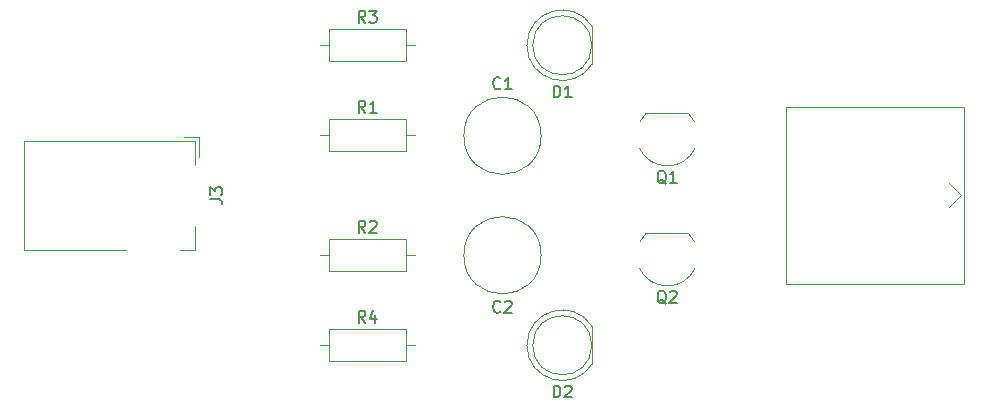
<source format=gbr>
%TF.GenerationSoftware,KiCad,Pcbnew,9.0.6*%
%TF.CreationDate,2026-02-11T14:43:15-08:00*%
%TF.ProjectId,7L_LED_Flasher,374c5f4c-4544-45f4-966c-61736865722e,rev?*%
%TF.SameCoordinates,Original*%
%TF.FileFunction,Legend,Top*%
%TF.FilePolarity,Positive*%
%FSLAX46Y46*%
G04 Gerber Fmt 4.6, Leading zero omitted, Abs format (unit mm)*
G04 Created by KiCad (PCBNEW 9.0.6) date 2026-02-11 14:43:15*
%MOMM*%
%LPD*%
G01*
G04 APERTURE LIST*
%ADD10C,0.150000*%
%ADD11C,0.120000*%
G04 APERTURE END LIST*
D10*
X98964761Y-59990057D02*
X98869523Y-59942438D01*
X98869523Y-59942438D02*
X98774285Y-59847200D01*
X98774285Y-59847200D02*
X98631428Y-59704342D01*
X98631428Y-59704342D02*
X98536190Y-59656723D01*
X98536190Y-59656723D02*
X98440952Y-59656723D01*
X98488571Y-59894819D02*
X98393333Y-59847200D01*
X98393333Y-59847200D02*
X98298095Y-59751961D01*
X98298095Y-59751961D02*
X98250476Y-59561485D01*
X98250476Y-59561485D02*
X98250476Y-59228152D01*
X98250476Y-59228152D02*
X98298095Y-59037676D01*
X98298095Y-59037676D02*
X98393333Y-58942438D01*
X98393333Y-58942438D02*
X98488571Y-58894819D01*
X98488571Y-58894819D02*
X98679047Y-58894819D01*
X98679047Y-58894819D02*
X98774285Y-58942438D01*
X98774285Y-58942438D02*
X98869523Y-59037676D01*
X98869523Y-59037676D02*
X98917142Y-59228152D01*
X98917142Y-59228152D02*
X98917142Y-59561485D01*
X98917142Y-59561485D02*
X98869523Y-59751961D01*
X98869523Y-59751961D02*
X98774285Y-59847200D01*
X98774285Y-59847200D02*
X98679047Y-59894819D01*
X98679047Y-59894819D02*
X98488571Y-59894819D01*
X99298095Y-58990057D02*
X99345714Y-58942438D01*
X99345714Y-58942438D02*
X99440952Y-58894819D01*
X99440952Y-58894819D02*
X99679047Y-58894819D01*
X99679047Y-58894819D02*
X99774285Y-58942438D01*
X99774285Y-58942438D02*
X99821904Y-58990057D01*
X99821904Y-58990057D02*
X99869523Y-59085295D01*
X99869523Y-59085295D02*
X99869523Y-59180533D01*
X99869523Y-59180533D02*
X99821904Y-59323390D01*
X99821904Y-59323390D02*
X99250476Y-59894819D01*
X99250476Y-59894819D02*
X99869523Y-59894819D01*
X84943333Y-41719580D02*
X84895714Y-41767200D01*
X84895714Y-41767200D02*
X84752857Y-41814819D01*
X84752857Y-41814819D02*
X84657619Y-41814819D01*
X84657619Y-41814819D02*
X84514762Y-41767200D01*
X84514762Y-41767200D02*
X84419524Y-41671961D01*
X84419524Y-41671961D02*
X84371905Y-41576723D01*
X84371905Y-41576723D02*
X84324286Y-41386247D01*
X84324286Y-41386247D02*
X84324286Y-41243390D01*
X84324286Y-41243390D02*
X84371905Y-41052914D01*
X84371905Y-41052914D02*
X84419524Y-40957676D01*
X84419524Y-40957676D02*
X84514762Y-40862438D01*
X84514762Y-40862438D02*
X84657619Y-40814819D01*
X84657619Y-40814819D02*
X84752857Y-40814819D01*
X84752857Y-40814819D02*
X84895714Y-40862438D01*
X84895714Y-40862438D02*
X84943333Y-40910057D01*
X85895714Y-41814819D02*
X85324286Y-41814819D01*
X85610000Y-41814819D02*
X85610000Y-40814819D01*
X85610000Y-40814819D02*
X85514762Y-40957676D01*
X85514762Y-40957676D02*
X85419524Y-41052914D01*
X85419524Y-41052914D02*
X85324286Y-41100533D01*
X98964761Y-49830057D02*
X98869523Y-49782438D01*
X98869523Y-49782438D02*
X98774285Y-49687200D01*
X98774285Y-49687200D02*
X98631428Y-49544342D01*
X98631428Y-49544342D02*
X98536190Y-49496723D01*
X98536190Y-49496723D02*
X98440952Y-49496723D01*
X98488571Y-49734819D02*
X98393333Y-49687200D01*
X98393333Y-49687200D02*
X98298095Y-49591961D01*
X98298095Y-49591961D02*
X98250476Y-49401485D01*
X98250476Y-49401485D02*
X98250476Y-49068152D01*
X98250476Y-49068152D02*
X98298095Y-48877676D01*
X98298095Y-48877676D02*
X98393333Y-48782438D01*
X98393333Y-48782438D02*
X98488571Y-48734819D01*
X98488571Y-48734819D02*
X98679047Y-48734819D01*
X98679047Y-48734819D02*
X98774285Y-48782438D01*
X98774285Y-48782438D02*
X98869523Y-48877676D01*
X98869523Y-48877676D02*
X98917142Y-49068152D01*
X98917142Y-49068152D02*
X98917142Y-49401485D01*
X98917142Y-49401485D02*
X98869523Y-49591961D01*
X98869523Y-49591961D02*
X98774285Y-49687200D01*
X98774285Y-49687200D02*
X98679047Y-49734819D01*
X98679047Y-49734819D02*
X98488571Y-49734819D01*
X99869523Y-49734819D02*
X99298095Y-49734819D01*
X99583809Y-49734819D02*
X99583809Y-48734819D01*
X99583809Y-48734819D02*
X99488571Y-48877676D01*
X99488571Y-48877676D02*
X99393333Y-48972914D01*
X99393333Y-48972914D02*
X99298095Y-49020533D01*
X73493333Y-61584819D02*
X73160000Y-61108628D01*
X72921905Y-61584819D02*
X72921905Y-60584819D01*
X72921905Y-60584819D02*
X73302857Y-60584819D01*
X73302857Y-60584819D02*
X73398095Y-60632438D01*
X73398095Y-60632438D02*
X73445714Y-60680057D01*
X73445714Y-60680057D02*
X73493333Y-60775295D01*
X73493333Y-60775295D02*
X73493333Y-60918152D01*
X73493333Y-60918152D02*
X73445714Y-61013390D01*
X73445714Y-61013390D02*
X73398095Y-61061009D01*
X73398095Y-61061009D02*
X73302857Y-61108628D01*
X73302857Y-61108628D02*
X72921905Y-61108628D01*
X74350476Y-60918152D02*
X74350476Y-61584819D01*
X74112381Y-60537200D02*
X73874286Y-61251485D01*
X73874286Y-61251485D02*
X74493333Y-61251485D01*
X89431905Y-42514819D02*
X89431905Y-41514819D01*
X89431905Y-41514819D02*
X89670000Y-41514819D01*
X89670000Y-41514819D02*
X89812857Y-41562438D01*
X89812857Y-41562438D02*
X89908095Y-41657676D01*
X89908095Y-41657676D02*
X89955714Y-41752914D01*
X89955714Y-41752914D02*
X90003333Y-41943390D01*
X90003333Y-41943390D02*
X90003333Y-42086247D01*
X90003333Y-42086247D02*
X89955714Y-42276723D01*
X89955714Y-42276723D02*
X89908095Y-42371961D01*
X89908095Y-42371961D02*
X89812857Y-42467200D01*
X89812857Y-42467200D02*
X89670000Y-42514819D01*
X89670000Y-42514819D02*
X89431905Y-42514819D01*
X90955714Y-42514819D02*
X90384286Y-42514819D01*
X90670000Y-42514819D02*
X90670000Y-41514819D01*
X90670000Y-41514819D02*
X90574762Y-41657676D01*
X90574762Y-41657676D02*
X90479524Y-41752914D01*
X90479524Y-41752914D02*
X90384286Y-41800533D01*
X73493333Y-43804819D02*
X73160000Y-43328628D01*
X72921905Y-43804819D02*
X72921905Y-42804819D01*
X72921905Y-42804819D02*
X73302857Y-42804819D01*
X73302857Y-42804819D02*
X73398095Y-42852438D01*
X73398095Y-42852438D02*
X73445714Y-42900057D01*
X73445714Y-42900057D02*
X73493333Y-42995295D01*
X73493333Y-42995295D02*
X73493333Y-43138152D01*
X73493333Y-43138152D02*
X73445714Y-43233390D01*
X73445714Y-43233390D02*
X73398095Y-43281009D01*
X73398095Y-43281009D02*
X73302857Y-43328628D01*
X73302857Y-43328628D02*
X72921905Y-43328628D01*
X74445714Y-43804819D02*
X73874286Y-43804819D01*
X74160000Y-43804819D02*
X74160000Y-42804819D01*
X74160000Y-42804819D02*
X74064762Y-42947676D01*
X74064762Y-42947676D02*
X73969524Y-43042914D01*
X73969524Y-43042914D02*
X73874286Y-43090533D01*
X73493333Y-36184819D02*
X73160000Y-35708628D01*
X72921905Y-36184819D02*
X72921905Y-35184819D01*
X72921905Y-35184819D02*
X73302857Y-35184819D01*
X73302857Y-35184819D02*
X73398095Y-35232438D01*
X73398095Y-35232438D02*
X73445714Y-35280057D01*
X73445714Y-35280057D02*
X73493333Y-35375295D01*
X73493333Y-35375295D02*
X73493333Y-35518152D01*
X73493333Y-35518152D02*
X73445714Y-35613390D01*
X73445714Y-35613390D02*
X73398095Y-35661009D01*
X73398095Y-35661009D02*
X73302857Y-35708628D01*
X73302857Y-35708628D02*
X72921905Y-35708628D01*
X73826667Y-35184819D02*
X74445714Y-35184819D01*
X74445714Y-35184819D02*
X74112381Y-35565771D01*
X74112381Y-35565771D02*
X74255238Y-35565771D01*
X74255238Y-35565771D02*
X74350476Y-35613390D01*
X74350476Y-35613390D02*
X74398095Y-35661009D01*
X74398095Y-35661009D02*
X74445714Y-35756247D01*
X74445714Y-35756247D02*
X74445714Y-35994342D01*
X74445714Y-35994342D02*
X74398095Y-36089580D01*
X74398095Y-36089580D02*
X74350476Y-36137200D01*
X74350476Y-36137200D02*
X74255238Y-36184819D01*
X74255238Y-36184819D02*
X73969524Y-36184819D01*
X73969524Y-36184819D02*
X73874286Y-36137200D01*
X73874286Y-36137200D02*
X73826667Y-36089580D01*
X84943333Y-60639580D02*
X84895714Y-60687200D01*
X84895714Y-60687200D02*
X84752857Y-60734819D01*
X84752857Y-60734819D02*
X84657619Y-60734819D01*
X84657619Y-60734819D02*
X84514762Y-60687200D01*
X84514762Y-60687200D02*
X84419524Y-60591961D01*
X84419524Y-60591961D02*
X84371905Y-60496723D01*
X84371905Y-60496723D02*
X84324286Y-60306247D01*
X84324286Y-60306247D02*
X84324286Y-60163390D01*
X84324286Y-60163390D02*
X84371905Y-59972914D01*
X84371905Y-59972914D02*
X84419524Y-59877676D01*
X84419524Y-59877676D02*
X84514762Y-59782438D01*
X84514762Y-59782438D02*
X84657619Y-59734819D01*
X84657619Y-59734819D02*
X84752857Y-59734819D01*
X84752857Y-59734819D02*
X84895714Y-59782438D01*
X84895714Y-59782438D02*
X84943333Y-59830057D01*
X85324286Y-59830057D02*
X85371905Y-59782438D01*
X85371905Y-59782438D02*
X85467143Y-59734819D01*
X85467143Y-59734819D02*
X85705238Y-59734819D01*
X85705238Y-59734819D02*
X85800476Y-59782438D01*
X85800476Y-59782438D02*
X85848095Y-59830057D01*
X85848095Y-59830057D02*
X85895714Y-59925295D01*
X85895714Y-59925295D02*
X85895714Y-60020533D01*
X85895714Y-60020533D02*
X85848095Y-60163390D01*
X85848095Y-60163390D02*
X85276667Y-60734819D01*
X85276667Y-60734819D02*
X85895714Y-60734819D01*
X73493333Y-53964819D02*
X73160000Y-53488628D01*
X72921905Y-53964819D02*
X72921905Y-52964819D01*
X72921905Y-52964819D02*
X73302857Y-52964819D01*
X73302857Y-52964819D02*
X73398095Y-53012438D01*
X73398095Y-53012438D02*
X73445714Y-53060057D01*
X73445714Y-53060057D02*
X73493333Y-53155295D01*
X73493333Y-53155295D02*
X73493333Y-53298152D01*
X73493333Y-53298152D02*
X73445714Y-53393390D01*
X73445714Y-53393390D02*
X73398095Y-53441009D01*
X73398095Y-53441009D02*
X73302857Y-53488628D01*
X73302857Y-53488628D02*
X72921905Y-53488628D01*
X73874286Y-53060057D02*
X73921905Y-53012438D01*
X73921905Y-53012438D02*
X74017143Y-52964819D01*
X74017143Y-52964819D02*
X74255238Y-52964819D01*
X74255238Y-52964819D02*
X74350476Y-53012438D01*
X74350476Y-53012438D02*
X74398095Y-53060057D01*
X74398095Y-53060057D02*
X74445714Y-53155295D01*
X74445714Y-53155295D02*
X74445714Y-53250533D01*
X74445714Y-53250533D02*
X74398095Y-53393390D01*
X74398095Y-53393390D02*
X73826667Y-53964819D01*
X73826667Y-53964819D02*
X74445714Y-53964819D01*
X60374819Y-51133333D02*
X61089104Y-51133333D01*
X61089104Y-51133333D02*
X61231961Y-51180952D01*
X61231961Y-51180952D02*
X61327200Y-51276190D01*
X61327200Y-51276190D02*
X61374819Y-51419047D01*
X61374819Y-51419047D02*
X61374819Y-51514285D01*
X60374819Y-50752380D02*
X60374819Y-50133333D01*
X60374819Y-50133333D02*
X60755771Y-50466666D01*
X60755771Y-50466666D02*
X60755771Y-50323809D01*
X60755771Y-50323809D02*
X60803390Y-50228571D01*
X60803390Y-50228571D02*
X60851009Y-50180952D01*
X60851009Y-50180952D02*
X60946247Y-50133333D01*
X60946247Y-50133333D02*
X61184342Y-50133333D01*
X61184342Y-50133333D02*
X61279580Y-50180952D01*
X61279580Y-50180952D02*
X61327200Y-50228571D01*
X61327200Y-50228571D02*
X61374819Y-50323809D01*
X61374819Y-50323809D02*
X61374819Y-50609523D01*
X61374819Y-50609523D02*
X61327200Y-50704761D01*
X61327200Y-50704761D02*
X61279580Y-50752380D01*
X89431905Y-67914819D02*
X89431905Y-66914819D01*
X89431905Y-66914819D02*
X89670000Y-66914819D01*
X89670000Y-66914819D02*
X89812857Y-66962438D01*
X89812857Y-66962438D02*
X89908095Y-67057676D01*
X89908095Y-67057676D02*
X89955714Y-67152914D01*
X89955714Y-67152914D02*
X90003333Y-67343390D01*
X90003333Y-67343390D02*
X90003333Y-67486247D01*
X90003333Y-67486247D02*
X89955714Y-67676723D01*
X89955714Y-67676723D02*
X89908095Y-67771961D01*
X89908095Y-67771961D02*
X89812857Y-67867200D01*
X89812857Y-67867200D02*
X89670000Y-67914819D01*
X89670000Y-67914819D02*
X89431905Y-67914819D01*
X90384286Y-67010057D02*
X90431905Y-66962438D01*
X90431905Y-66962438D02*
X90527143Y-66914819D01*
X90527143Y-66914819D02*
X90765238Y-66914819D01*
X90765238Y-66914819D02*
X90860476Y-66962438D01*
X90860476Y-66962438D02*
X90908095Y-67010057D01*
X90908095Y-67010057D02*
X90955714Y-67105295D01*
X90955714Y-67105295D02*
X90955714Y-67200533D01*
X90955714Y-67200533D02*
X90908095Y-67343390D01*
X90908095Y-67343390D02*
X90336667Y-67914819D01*
X90336667Y-67914819D02*
X90955714Y-67914819D01*
D11*
%TO.C,Q2*%
X100860000Y-54030000D02*
X97260000Y-54030000D01*
X96735816Y-54757205D02*
G75*
G02*
X97260000Y-54030000I2324184J-1122795D01*
G01*
X99060000Y-58480000D02*
G75*
G02*
X96703600Y-56978807I0J2600000D01*
G01*
X100860000Y-54030000D02*
G75*
G02*
X101384184Y-54757205I-1800000J-1850000D01*
G01*
X101416400Y-56978807D02*
G75*
G02*
X99060000Y-58480000I-2356400J1098807D01*
G01*
%TO.C,C1*%
X88380000Y-45760000D02*
G75*
G02*
X81840000Y-45760000I-3270000J0D01*
G01*
X81840000Y-45760000D02*
G75*
G02*
X88380000Y-45760000I3270000J0D01*
G01*
%TO.C,Q1*%
X100860000Y-43870000D02*
X97260000Y-43870000D01*
X96735816Y-44597205D02*
G75*
G02*
X97260000Y-43870000I2324184J-1122795D01*
G01*
X99060000Y-48320000D02*
G75*
G02*
X96703600Y-46818807I0J2600000D01*
G01*
X100860000Y-43870000D02*
G75*
G02*
X101384184Y-44597205I-1800000J-1850000D01*
G01*
X101416400Y-46818807D02*
G75*
G02*
X99060000Y-48320000I-2356400J1098807D01*
G01*
%TO.C,R4*%
X69620000Y-63500000D02*
X70390000Y-63500000D01*
X77700000Y-63500000D02*
X76930000Y-63500000D01*
X70390000Y-62130000D02*
X76930000Y-62130000D01*
X76930000Y-64870000D01*
X70390000Y-64870000D01*
X70390000Y-62130000D01*
%TO.C,D1*%
X92730000Y-39645000D02*
X92730000Y-36555000D01*
X87180000Y-38100000D02*
G75*
G02*
X92730000Y-36555170I2990000J0D01*
G01*
X92730000Y-39644830D02*
G75*
G02*
X87180000Y-38100000I-2560000J1544830D01*
G01*
X92670000Y-38100000D02*
G75*
G02*
X87670000Y-38100000I-2500000J0D01*
G01*
X87670000Y-38100000D02*
G75*
G02*
X92670000Y-38100000I2500000J0D01*
G01*
%TO.C,R1*%
X69620000Y-45720000D02*
X70390000Y-45720000D01*
X77700000Y-45720000D02*
X76930000Y-45720000D01*
X70390000Y-44350000D02*
X76930000Y-44350000D01*
X76930000Y-47090000D01*
X70390000Y-47090000D01*
X70390000Y-44350000D01*
%TO.C,R3*%
X69620000Y-38100000D02*
X70390000Y-38100000D01*
X77700000Y-38100000D02*
X76930000Y-38100000D01*
X70390000Y-36730000D02*
X76930000Y-36730000D01*
X76930000Y-39470000D01*
X70390000Y-39470000D01*
X70390000Y-36730000D01*
%TO.C,C2*%
X88380000Y-55880000D02*
G75*
G02*
X81840000Y-55880000I-3270000J0D01*
G01*
X81840000Y-55880000D02*
G75*
G02*
X88380000Y-55880000I3270000J0D01*
G01*
%TO.C,R2*%
X69620000Y-55880000D02*
X70390000Y-55880000D01*
X77700000Y-55880000D02*
X76930000Y-55880000D01*
X70390000Y-54510000D02*
X76930000Y-54510000D01*
X76930000Y-57250000D01*
X70390000Y-57250000D01*
X70390000Y-54510000D01*
%TO.C,J3*%
X44620000Y-46200000D02*
X59120000Y-46200000D01*
X44620000Y-55400000D02*
X44620000Y-46200000D01*
X53220000Y-55400000D02*
X44620000Y-55400000D01*
X59120000Y-46200000D02*
X59120000Y-48200000D01*
X59120000Y-53400000D02*
X59120000Y-55400000D01*
X59120000Y-55400000D02*
X57820000Y-55400000D01*
X59420000Y-45900000D02*
X58120000Y-45900000D01*
X59420000Y-47600000D02*
X59420000Y-45900000D01*
%TO.C,D2*%
X92730000Y-65045000D02*
X92730000Y-61955000D01*
X87180000Y-63500000D02*
G75*
G02*
X92730000Y-61955170I2990000J0D01*
G01*
X92730000Y-65044830D02*
G75*
G02*
X87180000Y-63500000I-2560000J1544830D01*
G01*
X92670000Y-63500000D02*
G75*
G02*
X87670000Y-63500000I-2500000J0D01*
G01*
X87670000Y-63500000D02*
G75*
G02*
X92670000Y-63500000I2500000J0D01*
G01*
%TO.C,J1*%
X109150000Y-43300000D02*
X124150000Y-43300000D01*
X109150000Y-58300000D02*
X109150000Y-43300000D01*
X123950000Y-50800000D02*
X122950000Y-49800000D01*
X123950000Y-50800000D02*
X122950000Y-51800000D01*
X124150000Y-43300000D02*
X124150000Y-58300000D01*
X124150000Y-58300000D02*
X109150000Y-58300000D01*
%TD*%
M02*

</source>
